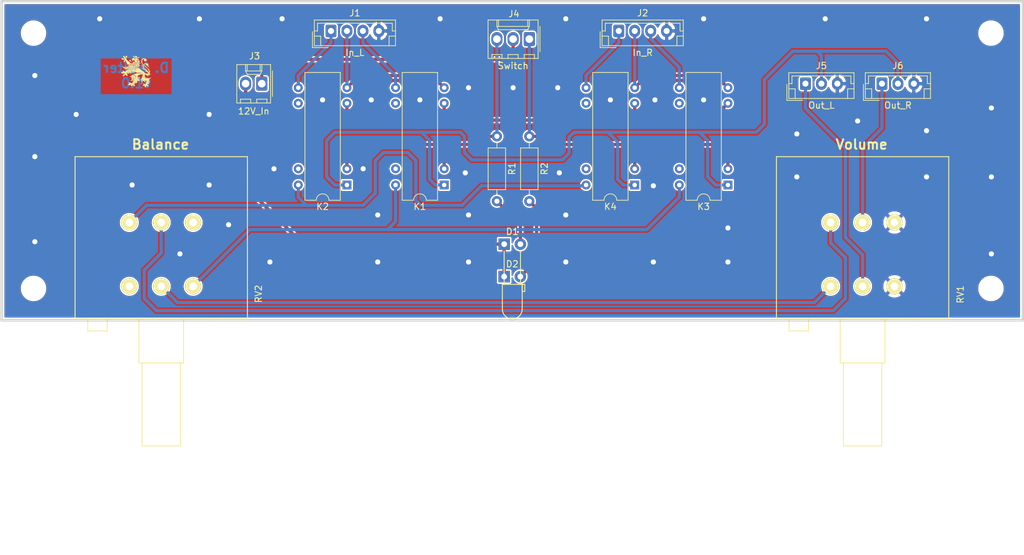
<source format=kicad_pcb>
(kicad_pcb (version 20171130) (host pcbnew "(5.1.9)-1")
  (layers (0 F.Cu signal) (31 B.Cu signal) (34 B.Paste user) (35 F.Paste user) (36 B.SilkS user) (37 F.SilkS user) (38 B.Mask user) (39 F.Mask user) (44 Edge.Cuts user))
  (net 0 "")
  (net 1 Earth_Clean)
  (net 2 "Net-(D1-Pad2)")
  (net 3 GND)
  (net 4 "Net-(D2-Pad2)")
  (net 5 /L_1)
  (net 6 /GND_1)
  (net 7 /R_1)
  (net 8 /L_2)
  (net 9 /GND_2)
  (net 10 /R_2)
  (net 11 +12V)
  (net 12 /CH_1)
  (net 13 /CH_2)
  (net 14 /L_Out)
  (net 15 /R_Out)
  (net 16 /L_Sw)
  (net 17 /R_Sw)
  (net 18 GNDS)
  (net 19 "Net-(RV1-Pad4)")
  (net 20 "Net-(RV1-Pad1)")
  (module Connector_JST:JST_EH_B3B-EH-A_1x03_P2.50mm_Vertical (layer F.Cu) (at 191.77 100.33)
    (fp_text reference J6 (at 2.5 -2.8) (layer F.SilkS))
    (fp_text value Out_R (at 2.5 3.4) (layer F.SilkS))
    (pad 3 thru_hole oval (at 5 0) (size 1.7 1.95) (drill 0.95) (layers *.Cu *.Mask) (net 1 Earth_Clean))
    (pad 2 thru_hole oval (at 2.5 0) (size 1.7 1.95) (drill 0.95) (layers *.Cu *.Mask) (net 18 GNDS))
    (pad 1 thru_hole roundrect (at 0 0) (size 1.7 1.95) (drill 0.95) (layers *.Cu *.Mask) (roundrect_rratio 0.147059) (net 15 /R_Out))
  )
  (module Connector_JST:JST_EH_B3B-EH-A_1x03_P2.50mm_Vertical (layer F.Cu) (at 179.785 100.33)
    (fp_text reference J5 (at 2.5 -2.8) (layer F.SilkS))
    (fp_text value Out_L (at 2.5 3.4) (layer F.SilkS))
    (pad 3 thru_hole oval (at 5 0) (size 1.7 1.95) (drill 0.95) (layers *.Cu *.Mask) (net 1 Earth_Clean))
    (pad 2 thru_hole oval (at 2.5 0) (size 1.7 1.95) (drill 0.95) (layers *.Cu *.Mask) (net 18 GNDS))
    (pad 1 thru_hole roundrect (at 0 0) (size 1.7 1.95) (drill 0.95) (layers *.Cu *.Mask) (roundrect_rratio 0.147059) (net 14 /L_Out))
  )
  (module Connector_JST:JST_EH_B4B-EH-A_1x04_P2.50mm_Vertical (layer F.Cu) (at 150.535 92.075)
    (fp_text reference J2 (at 3.75 -2.8) (layer F.SilkS))
    (fp_text value In_R (at 3.75 3.4) (layer F.SilkS))
    (pad 4 thru_hole oval (at 7.5 0) (size 1.7 1.95) (drill 0.95) (layers *.Cu *.Mask) (net 1 Earth_Clean))
    (pad 3 thru_hole oval (at 5 0) (size 1.7 1.95) (drill 0.95) (layers *.Cu *.Mask) (net 8 /L_2))
    (pad 2 thru_hole oval (at 2.5 0) (size 1.7 1.95) (drill 0.95) (layers *.Cu *.Mask) (net 9 /GND_2))
    (pad 1 thru_hole roundrect (at 0 0) (size 1.7 1.95) (drill 0.95) (layers *.Cu *.Mask) (roundrect_rratio 0.147059) (net 10 /R_2))
  )
  (module Connector_JST:JST_EH_B4B-EH-A_1x04_P2.50mm_Vertical (layer F.Cu) (at 105.45 92.075)
    (fp_text reference J1 (at 3.75 -2.8) (layer F.SilkS))
    (fp_text value In_L (at 3.75 3.4) (layer F.SilkS))
    (pad 4 thru_hole oval (at 7.5 0) (size 1.7 1.95) (drill 0.95) (layers *.Cu *.Mask) (net 1 Earth_Clean))
    (pad 3 thru_hole oval (at 5 0) (size 1.7 1.95) (drill 0.95) (layers *.Cu *.Mask) (net 5 /L_1))
    (pad 2 thru_hole oval (at 2.5 0) (size 1.7 1.95) (drill 0.95) (layers *.Cu *.Mask) (net 6 /GND_1))
    (pad 1 thru_hole roundrect (at 0 0) (size 1.7 1.95) (drill 0.95) (layers *.Cu *.Mask) (roundrect_rratio 0.147059) (net 7 /R_1))
  )
  (module LED_THT:LED_D3.0mm_Horizontal_O1.27mm_Z6.0mm (layer F.Cu) (at 132.58 130.556)
    (fp_text reference D2 (at 1.27 -1.96) (layer F.SilkS))
    (fp_text value "LED_2 Gn")
    (pad 2 thru_hole circle (at 2.54 0) (size 1.8 1.8) (drill 0.9) (layers *.Cu *.Mask) (net 4 "Net-(D2-Pad2)"))
    (pad 1 thru_hole rect (at 0 0) (size 1.8 1.8) (drill 0.9) (layers *.Cu *.Mask) (net 3 GND))
  )
  (module Resistor_THT:R_Axial_DIN0207_L6.3mm_D2.5mm_P10.16mm_Horizontal (layer F.Cu) (at 136.525 108.585 270)
    (fp_text reference R2 (at 5.08 -2.37 90) (layer F.SilkS))
    (fp_text value 560R)
    (pad 2 thru_hole oval (at 10.16 0 270) (size 1.6 1.6) (drill 0.8) (layers *.Cu *.Mask) (net 4 "Net-(D2-Pad2)"))
    (pad 1 thru_hole circle (at 0 0 270) (size 1.6 1.6) (drill 0.8) (layers *.Cu *.Mask) (net 13 /CH_2))
  )
  (module Resistor_THT:R_Axial_DIN0207_L6.3mm_D2.5mm_P10.16mm_Horizontal (layer F.Cu) (at 131.445 108.585 270)
    (fp_text reference R1 (at 5.08 -2.37 90) (layer F.SilkS))
    (fp_text value 560R)
    (pad 2 thru_hole oval (at 10.16 0 270) (size 1.6 1.6) (drill 0.8) (layers *.Cu *.Mask) (net 2 "Net-(D1-Pad2)"))
    (pad 1 thru_hole circle (at 0 0 270) (size 1.6 1.6) (drill 0.8) (layers *.Cu *.Mask) (net 12 /CH_1))
  )
  (module LED_THT:LED_D3.0mm_Horizontal_O6.35mm_Z6.0mm (layer F.Cu) (at 132.588 125.476)
    (fp_text reference D1 (at 1.27 -1.96) (layer F.SilkS))
    (fp_text value "LED_1 Gn")
    (pad 2 thru_hole circle (at 2.54 0) (size 1.8 1.8) (drill 0.9) (layers *.Cu *.Mask) (net 2 "Net-(D1-Pad2)"))
    (pad 1 thru_hole rect (at 0 0) (size 1.8 1.8) (drill 0.9) (layers *.Cu *.Mask) (net 3 GND))
  )
  (module Loewe:Loewe_Klein (layer F.Cu) (at 74.93 98.425)
    (fp_text reference G*** hide)
    (fp_text value LOGO hide)
  )
  (module Connector_Molex:Molex_KK-254_AE-6410-03A_1x03_P2.54mm_Vertical (layer F.Cu) (at 136.525 93.345 180)
    (fp_text reference J4 (at 2.413 3.937) (layer F.SilkS))
    (fp_text value Switch (at 2.54 -4.191) (layer F.SilkS))
    (pad 3 thru_hole oval (at 5.08 0 180) (size 1.74 2.2) (drill 1.2) (layers *.Cu *.Mask) (net 12 /CH_1))
    (pad 2 thru_hole oval (at 2.54 0 180) (size 1.74 2.2) (drill 1.2) (layers *.Cu *.Mask) (net 11 +12V))
    (pad 1 thru_hole roundrect (at 0 0 180) (size 1.74 2.2) (drill 1.2) (layers *.Cu *.Mask) (roundrect_rratio 0.143678) (net 13 /CH_2))
  )
  (module Connector_Molex:Molex_KK-254_AE-6410-02A_1x02_P2.54mm_Vertical (layer F.Cu) (at 94.615 100.33 180)
    (fp_text reference J3 (at 1.143 4.318) (layer F.SilkS))
    (fp_text value 12V_In (at 1.27 -4.318) (layer F.SilkS))
    (pad 2 thru_hole oval (at 2.54 0 180) (size 1.74 2.2) (drill 1.2) (layers *.Cu *.Mask) (net 3 GND))
    (pad 1 thru_hole roundrect (at 0 0 180) (size 1.74 2.2) (drill 1.2) (layers *.Cu *.Mask) (roundrect_rratio 0.143678) (net 11 +12V))
  )
  (module EuroBoard_Outline:EuroBoard_halb_Type-II_160mmX50mm_holes (layer F.Cu) (at 53.848 137.414)
    (fp_text reference REF** hide)
    (fp_text value EuroBoard_halb_Type-II_160mmX50mm_holes)
    (fp_line (start 0 0) (end 159.99968 0) (layer Edge.Cuts) (width 0.381))
    (fp_line (start 159.99968 0) (end 159.99968 -49.9999) (layer Edge.Cuts) (width 0.381))
    (fp_line (start 159.99968 -49.9999) (end 0 -49.9999) (layer Edge.Cuts) (width 0.381))
    (fp_line (start 0 -49.9999) (end 0 0) (layer Edge.Cuts) (width 0.381))
    (pad "" np_thru_hole circle (at 155.00096 -5.00126) (size 3.50012 3.50012) (drill 3.50012) (layers *.Cu *.Mask))
    (pad "" np_thru_hole circle (at 155.00096 -45.00118) (size 3.50012 3.50012) (drill 3.50012) (layers *.Cu *.Mask))
    (pad "" np_thru_hole circle (at 5.00126 -45.00118) (size 3.50012 3.50012) (drill 3.50012) (layers *.Cu *.Mask))
    (pad "" np_thru_hole circle (at 5.00126 -5.00126) (size 3.50012 3.50012) (drill 3.50012) (layers *.Cu *.Mask))
  )
  (module Relay_THT:Relay_StandexMeder_DIP_LowProfile (layer F.Cu) (at 153.035 116.205 180)
    (fp_text reference K4 (at 3.81 -3.39) (layer F.SilkS))
    (fp_text value DIPxx-2Axx-21x)
    (pad 14 thru_hole circle (at 7.62 0 180) (size 1.4 1.4) (drill 0.7) (layers *.Cu *.Mask) (net 17 /R_Sw))
    (pad 7 thru_hole circle (at 0 15.24 180) (size 1.4 1.4) (drill 0.7) (layers *.Cu *.Mask) (net 9 /GND_2))
    (pad 8 thru_hole circle (at 7.62 15.24 180) (size 1.4 1.4) (drill 0.7) (layers *.Cu *.Mask) (net 10 /R_2))
    (pad 1 thru_hole rect (at 0 0 180) (size 1.4 1.4) (drill 0.7) (layers *.Cu *.Mask) (net 18 GNDS))
    (pad 2 thru_hole circle (at 0 2.54 180) (size 1.4 1.4) (drill 0.7) (layers *.Cu *.Mask) (net 13 /CH_2))
    (pad 6 thru_hole circle (at 0 12.8 180) (size 1.4 1.4) (drill 0.7) (layers *.Cu *.Mask) (net 3 GND))
    (pad 9 thru_hole circle (at 7.62 12.8 180) (size 1.4 1.4) (drill 0.7) (layers *.Cu *.Mask))
    (pad 13 thru_hole circle (at 7.62 2.54 180) (size 1.4 1.4) (drill 0.7) (layers *.Cu *.Mask))
  )
  (module Relay_THT:Relay_StandexMeder_DIP_LowProfile (layer F.Cu) (at 167.64 116.205 180)
    (fp_text reference K3 (at 3.81 -3.39) (layer F.SilkS))
    (fp_text value DIPxx-2Axx-21x)
    (pad 14 thru_hole circle (at 7.62 0 180) (size 1.4 1.4) (drill 0.7) (layers *.Cu *.Mask) (net 16 /L_Sw))
    (pad 7 thru_hole circle (at 0 15.24 180) (size 1.4 1.4) (drill 0.7) (layers *.Cu *.Mask) (net 9 /GND_2))
    (pad 8 thru_hole circle (at 7.62 15.24 180) (size 1.4 1.4) (drill 0.7) (layers *.Cu *.Mask) (net 8 /L_2))
    (pad 1 thru_hole rect (at 0 0 180) (size 1.4 1.4) (drill 0.7) (layers *.Cu *.Mask) (net 18 GNDS))
    (pad 2 thru_hole circle (at 0 2.54 180) (size 1.4 1.4) (drill 0.7) (layers *.Cu *.Mask) (net 13 /CH_2))
    (pad 6 thru_hole circle (at 0 12.8 180) (size 1.4 1.4) (drill 0.7) (layers *.Cu *.Mask) (net 3 GND))
    (pad 9 thru_hole circle (at 7.62 12.8 180) (size 1.4 1.4) (drill 0.7) (layers *.Cu *.Mask))
    (pad 13 thru_hole circle (at 7.62 2.54 180) (size 1.4 1.4) (drill 0.7) (layers *.Cu *.Mask))
  )
  (module Relay_THT:Relay_StandexMeder_DIP_LowProfile (layer F.Cu) (at 107.95 116.205 180)
    (fp_text reference K2 (at 3.81 -3.39) (layer F.SilkS))
    (fp_text value DIPxx-2Axx-21x)
    (pad 14 thru_hole circle (at 7.62 0 180) (size 1.4 1.4) (drill 0.7) (layers *.Cu *.Mask) (net 17 /R_Sw))
    (pad 7 thru_hole circle (at 0 15.24 180) (size 1.4 1.4) (drill 0.7) (layers *.Cu *.Mask) (net 6 /GND_1))
    (pad 8 thru_hole circle (at 7.62 15.24 180) (size 1.4 1.4) (drill 0.7) (layers *.Cu *.Mask) (net 7 /R_1))
    (pad 1 thru_hole rect (at 0 0 180) (size 1.4 1.4) (drill 0.7) (layers *.Cu *.Mask) (net 18 GNDS))
    (pad 2 thru_hole circle (at 0 2.54 180) (size 1.4 1.4) (drill 0.7) (layers *.Cu *.Mask) (net 12 /CH_1))
    (pad 6 thru_hole circle (at 0 12.8 180) (size 1.4 1.4) (drill 0.7) (layers *.Cu *.Mask) (net 3 GND))
    (pad 9 thru_hole circle (at 7.62 12.8 180) (size 1.4 1.4) (drill 0.7) (layers *.Cu *.Mask))
    (pad 13 thru_hole circle (at 7.62 2.54 180) (size 1.4 1.4) (drill 0.7) (layers *.Cu *.Mask))
  )
  (module Relay_THT:Relay_StandexMeder_DIP_LowProfile (layer F.Cu) (at 123.19 116.205 180)
    (fp_text reference K1 (at 3.81 -3.39) (layer F.SilkS))
    (fp_text value DIPxx-2Axx-21x)
    (pad 14 thru_hole circle (at 7.62 0 180) (size 1.4 1.4) (drill 0.7) (layers *.Cu *.Mask) (net 16 /L_Sw))
    (pad 7 thru_hole circle (at 0 15.24 180) (size 1.4 1.4) (drill 0.7) (layers *.Cu *.Mask) (net 6 /GND_1))
    (pad 8 thru_hole circle (at 7.62 15.24 180) (size 1.4 1.4) (drill 0.7) (layers *.Cu *.Mask) (net 5 /L_1))
    (pad 1 thru_hole rect (at 0 0 180) (size 1.4 1.4) (drill 0.7) (layers *.Cu *.Mask) (net 18 GNDS))
    (pad 2 thru_hole circle (at 0 2.54 180) (size 1.4 1.4) (drill 0.7) (layers *.Cu *.Mask) (net 12 /CH_1))
    (pad 6 thru_hole circle (at 0 12.8 180) (size 1.4 1.4) (drill 0.7) (layers *.Cu *.Mask) (net 3 GND))
    (pad 9 thru_hole circle (at 7.62 12.8 180) (size 1.4 1.4) (drill 0.7) (layers *.Cu *.Mask))
    (pad 13 thru_hole circle (at 7.62 2.54 180) (size 1.4 1.4) (drill 0.7) (layers *.Cu *.Mask))
  )
  (module Potentiometer_Alps_RKxxx:Potentiometer_Alps-RK271-double (layer F.Cu) (at 83.86 133.27 270)
    (fp_text reference RV2 (at 0 -10.24 270) (layer F.SilkS))
    (fp_text value "Alps 50k lin")
    (pad 4 thru_hole circle (at -11.19 10 270) (size 2.49936 2.49936) (drill 1.19888) (layers *.Cu *.Mask F.SilkS) (net 17 /R_Sw))
    (pad 5 thru_hole circle (at -11.19 5 270) (size 2.49936 2.49936) (drill 1.19888) (layers *.Cu *.Mask F.SilkS) (net 19 "Net-(RV1-Pad4)"))
    (pad 6 thru_hole circle (at -11.19 0 270) (size 2.49936 2.49936) (drill 1.19888) (layers *.Cu *.Mask F.SilkS))
    (pad 2 thru_hole circle (at -1.19 5 270) (size 2.49936 2.49936) (drill 1.19888) (layers *.Cu *.Mask F.SilkS) (net 20 "Net-(RV1-Pad1)"))
    (pad 1 thru_hole circle (at -1.19 10 270) (size 2.49936 2.49936) (drill 1.19888) (layers *.Cu *.Mask F.SilkS))
    (pad 3 thru_hole circle (at -1.19 0 270) (size 2.49936 2.49936) (drill 1.19888) (layers *.Cu *.Mask F.SilkS) (net 16 /L_Sw))
  )
  (module Potentiometer_Alps_RKxxx:Potentiometer_Alps-RK271-double (layer F.Cu) (at 193.735 133.27 270)
    (fp_text reference RV1 (at 0.08 -10.32 270) (layer F.SilkS))
    (fp_text value "Alps 20k log")
    (pad 4 thru_hole circle (at -11.19 10 270) (size 2.49936 2.49936) (drill 1.19888) (layers *.Cu *.Mask F.SilkS) (net 19 "Net-(RV1-Pad4)"))
    (pad 5 thru_hole circle (at -11.19 5 270) (size 2.49936 2.49936) (drill 1.19888) (layers *.Cu *.Mask F.SilkS) (net 15 /R_Out))
    (pad 6 thru_hole circle (at -11.19 0 270) (size 2.49936 2.49936) (drill 1.19888) (layers *.Cu *.Mask F.SilkS) (net 1 Earth_Clean))
    (pad 2 thru_hole circle (at -1.19 5 270) (size 2.49936 2.49936) (drill 1.19888) (layers *.Cu *.Mask F.SilkS) (net 14 /L_Out))
    (pad 1 thru_hole circle (at -1.19 10 270) (size 2.49936 2.49936) (drill 1.19888) (layers *.Cu *.Mask F.SilkS) (net 20 "Net-(RV1-Pad1)"))
    (pad 3 thru_hole circle (at -1.19 0 270) (size 2.49936 2.49936) (drill 1.19888) (layers *.Cu *.Mask F.SilkS) (net 1 Earth_Clean))
  )
  (gr_text "D. Walter\nv1.0" (at 74.93 99.06) (layer B.Cu) (effects (font (size 1.5 1.5) (thickness 0.3)) (justify mirror)))
  (gr_text Balance (at 78.74 109.855) (layer F.SilkS) (effects (font (size 1.5 1.5) (thickness 0.3))))
  (gr_text Volume (at 188.595 109.855) (layer F.SilkS) (effects (font (size 1.5 1.5) (thickness 0.3))))
  (via (at 111.76 102.87) (size 1.5) (drill 0.8) (layers F.Cu B.Cu) (net 1))
  (via (at 119.38 102.87) (size 1.5) (drill 0.8) (layers F.Cu B.Cu) (net 1))
  (via (at 167.64 122.936) (size 1.5) (drill 0.8) (layers F.Cu B.Cu) (net 1))
  (via (at 74.295 116.205) (size 1.5) (drill 0.8) (layers F.Cu B.Cu) (net 1))
  (via (at 86.36 116.205) (size 1.5) (drill 0.8) (layers F.Cu B.Cu) (net 1))
  (via (at 59.055 125.095) (size 1.5) (drill 0.8) (layers F.Cu B.Cu) (net 1))
  (via (at 59.055 111.76) (size 1.5) (drill 0.8) (layers F.Cu B.Cu) (net 1))
  (via (at 59.055 99.06) (size 1.5) (drill 0.8) (layers F.Cu B.Cu) (net 1))
  (via (at 69.215 90.17) (size 1.5) (drill 0.8) (layers F.Cu B.Cu) (net 1))
  (via (at 84.836 90.17) (size 1.5) (drill 0.8) (layers F.Cu B.Cu) (net 1))
  (via (at 97.79 90.17) (size 1.5) (drill 0.8) (layers F.Cu B.Cu) (net 1))
  (via (at 122.555 90.17) (size 1.5) (drill 0.8) (layers F.Cu B.Cu) (net 1))
  (via (at 142.24 90.17) (size 1.5) (drill 0.8) (layers F.Cu B.Cu) (net 1))
  (via (at 163.83 90.17) (size 1.5) (drill 0.8) (layers F.Cu B.Cu) (net 1))
  (via (at 182.88 90.17) (size 1.5) (drill 0.8) (layers F.Cu B.Cu) (net 1))
  (via (at 198.755 90.17) (size 1.5) (drill 0.8) (layers F.Cu B.Cu) (net 1))
  (via (at 95.885 128.27) (size 1.5) (drill 0.8) (layers F.Cu B.Cu) (net 1))
  (via (at 112.776 128.27) (size 1.5) (drill 0.8) (layers F.Cu B.Cu) (net 1))
  (via (at 127 128.27) (size 1.5) (drill 0.8) (layers F.Cu B.Cu) (net 1))
  (via (at 142.24 128.27) (size 1.5) (drill 0.8) (layers F.Cu B.Cu) (net 1))
  (via (at 155.956 128.27) (size 1.5) (drill 0.8) (layers F.Cu B.Cu) (net 1))
  (via (at 167.64 128.27) (size 1.5) (drill 0.8) (layers F.Cu B.Cu) (net 1))
  (via (at 112.776 120.904) (size 1.5) (drill 0.8) (layers F.Cu B.Cu) (net 1))
  (via (at 96.52 113.665) (size 1.5) (drill 0.8) (layers F.Cu B.Cu) (net 1))
  (via (at 133.985 100.965) (size 1.5) (drill 0.8) (layers F.Cu B.Cu) (net 1))
  (via (at 140.97 100.965) (size 1.5) (drill 0.8) (layers F.Cu B.Cu) (net 1))
  (via (at 127 100.965) (size 1.5) (drill 0.8) (layers F.Cu B.Cu) (net 1))
  (via (at 104.14 102.87) (size 1.5) (drill 0.8) (layers F.Cu B.Cu) (net 1))
  (via (at 149.225 102.87) (size 1.5) (drill 0.8) (layers F.Cu B.Cu) (net 1))
  (via (at 208.915 127) (size 1.5) (drill 0.8) (layers F.Cu B.Cu) (net 1))
  (via (at 208.915 114.935) (size 1.5) (drill 0.8) (layers F.Cu B.Cu) (net 1))
  (via (at 208.915 104.14) (size 1.5) (drill 0.8) (layers F.Cu B.Cu) (net 1))
  (via (at 178.435 114.935) (size 1.5) (drill 0.8) (layers F.Cu B.Cu) (net 1))
  (via (at 198.755 114.935) (size 1.5) (drill 0.8) (layers F.Cu B.Cu) (net 1))
  (via (at 178.435 108.204) (size 1.5) (drill 0.8) (layers F.Cu B.Cu) (net 1))
  (via (at 198.755 107.696) (size 1.5) (drill 0.8) (layers F.Cu B.Cu) (net 1))
  (via (at 86.36 105.156) (size 1.5) (drill 0.8) (layers F.Cu B.Cu) (net 1))
  (via (at 65.532 105.156) (size 1.5) (drill 0.8) (layers F.Cu B.Cu) (net 1))
  (via (at 163.83 102.87) (size 1.5) (drill 0.8) (layers F.Cu B.Cu) (net 1))
  (via (at 156.21 102.87) (size 1.5) (drill 0.8) (layers F.Cu B.Cu) (net 1))
  (via (at 155.956 116.332) (size 1.5) (drill 0.8) (layers F.Cu B.Cu) (net 1))
  (via (at 110.49 113.665) (size 1.5) (drill 0.8) (layers F.Cu B.Cu) (net 1))
  (via (at 187.96 106.172) (size 1.5) (drill 0.8) (layers F.Cu B.Cu) (net 1))
  (via (at 81.788 127) (size 1.5) (drill 0.8) (layers F.Cu B.Cu) (net 1))
  (via (at 89.408 122.428) (size 1.5) (drill 0.8) (layers F.Cu B.Cu) (net 1))
  (via (at 127 120.904) (size 1.5) (drill 0.8) (layers F.Cu B.Cu) (net 1))
  (via (at 142.24 120.904) (size 1.5) (drill 0.8) (layers F.Cu B.Cu) (net 1))
  (via (at 141.224 114.3) (size 1.5) (drill 0.8) (layers F.Cu B.Cu) (net 1))
  (via (at 126.492 114.3) (size 1.5) (drill 0.8) (layers F.Cu B.Cu) (net 1))
  (segment (start 135.128 122.428) (end 131.445 118.745) (width 0.5) (layer F.Cu) (net 2))
  (segment (start 135.128 125.476) (end 135.128 122.428) (width 0.5) (layer F.Cu) (net 2))
  (segment (start 123.19 103.405) (end 123.19 105.41) (width 0.5) (layer F.Cu) (net 3))
  (segment (start 123.19 105.41) (end 123.825 106.045) (width 0.5) (layer F.Cu) (net 3))
  (segment (start 153.035 105.41) (end 153.035 103.405) (width 0.5) (layer F.Cu) (net 3))
  (segment (start 152.4 106.045) (end 153.035 105.41) (width 0.5) (layer F.Cu) (net 3))
  (segment (start 107.95 104.775) (end 109.22 106.045) (width 0.5) (layer F.Cu) (net 3))
  (segment (start 107.95 103.405) (end 107.95 104.775) (width 0.5) (layer F.Cu) (net 3))
  (segment (start 109.22 106.045) (end 123.825 106.045) (width 0.5) (layer F.Cu) (net 3))
  (segment (start 165 106.045) (end 167.64 103.405) (width 0.5) (layer F.Cu) (net 3))
  (segment (start 152.4 106.045) (end 165 106.045) (width 0.5) (layer F.Cu) (net 3))
  (segment (start 132.58 125.484) (end 132.588 125.476) (width 0.5) (layer F.Cu) (net 3))
  (segment (start 132.58 130.556) (end 132.58 125.484) (width 0.5) (layer F.Cu) (net 3))
  (segment (start 93.345 106.045) (end 109.22 106.045) (width 0.5) (layer F.Cu) (net 3))
  (segment (start 92.075 104.775) (end 93.345 106.045) (width 0.5) (layer F.Cu) (net 3))
  (segment (start 92.075 100.33) (end 92.075 104.775) (width 0.5) (layer F.Cu) (net 3))
  (segment (start 123.825 106.045) (end 152.4 106.045) (width 0.5) (layer F.Cu) (net 3))
  (segment (start 101.092 125.476) (end 132.588 125.476) (width 0.5) (layer F.Cu) (net 3))
  (segment (start 92.075 116.459) (end 101.092 125.476) (width 0.5) (layer F.Cu) (net 3))
  (segment (start 92.075 100.33) (end 92.075 116.459) (width 0.5) (layer F.Cu) (net 3))
  (segment (start 137.668 128.008) (end 135.12 130.556) (width 0.5) (layer F.Cu) (net 4))
  (segment (start 137.668 119.888) (end 137.668 128.008) (width 0.5) (layer F.Cu) (net 4))
  (segment (start 136.525 118.745) (end 137.668 119.888) (width 0.5) (layer F.Cu) (net 4))
  (segment (start 115.57 99.06) (end 110.45 93.94) (width 0.5) (layer B.Cu) (net 5))
  (segment (start 110.45 93.94) (end 110.45 92.075) (width 0.5) (layer B.Cu) (net 5))
  (segment (start 115.57 100.965) (end 115.57 99.06) (width 0.5) (layer B.Cu) (net 5))
  (segment (start 107.95 100.965) (end 107.95 92.075) (width 0.5) (layer B.Cu) (net 6))
  (segment (start 121.285 99.06) (end 123.19 100.965) (width 0.5) (layer F.Cu) (net 6))
  (segment (start 109.855 99.06) (end 121.285 99.06) (width 0.5) (layer F.Cu) (net 6))
  (segment (start 107.95 100.965) (end 109.855 99.06) (width 0.5) (layer F.Cu) (net 6))
  (segment (start 105.45 93.94) (end 105.45 92.075) (width 0.5) (layer B.Cu) (net 7))
  (segment (start 100.33 99.06) (end 105.45 93.94) (width 0.5) (layer B.Cu) (net 7))
  (segment (start 100.33 100.965) (end 100.33 99.06) (width 0.5) (layer B.Cu) (net 7))
  (segment (start 160.02 97.79) (end 155.535 93.305) (width 0.5) (layer B.Cu) (net 8))
  (segment (start 155.535 93.305) (end 155.535 92.075) (width 0.5) (layer B.Cu) (net 8))
  (segment (start 160.02 100.965) (end 160.02 97.79) (width 0.5) (layer B.Cu) (net 8))
  (segment (start 153.035 92.075) (end 153.035 100.965) (width 0.5) (layer B.Cu) (net 9))
  (segment (start 165.735 99.06) (end 167.64 100.965) (width 0.5) (layer F.Cu) (net 9))
  (segment (start 154.94 99.06) (end 165.735 99.06) (width 0.5) (layer F.Cu) (net 9))
  (segment (start 153.035 100.965) (end 154.94 99.06) (width 0.5) (layer F.Cu) (net 9))
  (segment (start 150.535 93.94) (end 150.535 92.075) (width 0.5) (layer B.Cu) (net 10))
  (segment (start 145.415 99.06) (end 150.535 93.94) (width 0.5) (layer B.Cu) (net 10))
  (segment (start 145.415 100.965) (end 145.415 99.06) (width 0.5) (layer B.Cu) (net 10))
  (segment (start 133.096 96.52) (end 133.985 95.631) (width 0.5) (layer F.Cu) (net 11))
  (segment (start 133.985 95.631) (end 133.985 93.345) (width 0.5) (layer F.Cu) (net 11))
  (segment (start 96.3295 96.52) (end 133.096 96.52) (width 0.5) (layer F.Cu) (net 11))
  (segment (start 94.615 98.2345) (end 96.3295 96.52) (width 0.5) (layer F.Cu) (net 11))
  (segment (start 94.615 100.33) (end 94.615 98.2345) (width 0.5) (layer F.Cu) (net 11))
  (segment (start 131.445 107.315) (end 131.445 108.585) (width 0.5) (layer B.Cu) (net 12))
  (segment (start 131.445 93.345) (end 131.445 107.315) (width 0.5) (layer B.Cu) (net 12))
  (segment (start 123.19 113.665) (end 123.19 111.125) (width 0.5) (layer F.Cu) (net 12))
  (segment (start 130.175 108.585) (end 131.445 108.585) (width 0.5) (layer F.Cu) (net 12))
  (segment (start 124.46 109.855) (end 128.905 109.855) (width 0.5) (layer F.Cu) (net 12))
  (segment (start 128.905 109.855) (end 130.175 108.585) (width 0.5) (layer F.Cu) (net 12))
  (segment (start 123.19 111.125) (end 124.46 109.855) (width 0.5) (layer F.Cu) (net 12))
  (segment (start 107.95 113.665) (end 107.95 112.395) (width 0.5) (layer F.Cu) (net 12))
  (segment (start 110.49 109.855) (end 124.46 109.855) (width 0.5) (layer F.Cu) (net 12))
  (segment (start 107.95 112.395) (end 110.49 109.855) (width 0.5) (layer F.Cu) (net 12))
  (segment (start 136.525 107.315) (end 136.525 108.585) (width 0.5) (layer B.Cu) (net 13))
  (segment (start 136.525 93.345) (end 136.525 107.315) (width 0.5) (layer B.Cu) (net 13))
  (segment (start 153.035 113.665) (end 153.035 111.125) (width 0.5) (layer F.Cu) (net 13))
  (segment (start 153.035 111.125) (end 154.305 109.855) (width 0.5) (layer F.Cu) (net 13))
  (segment (start 154.305 109.855) (end 165.735 109.855) (width 0.5) (layer F.Cu) (net 13))
  (segment (start 165.735 109.855) (end 167.64 111.76) (width 0.5) (layer F.Cu) (net 13))
  (segment (start 167.64 111.76) (end 167.64 113.665) (width 0.5) (layer F.Cu) (net 13))
  (segment (start 154.305 109.855) (end 139.065 109.855) (width 0.5) (layer F.Cu) (net 13))
  (segment (start 139.065 109.855) (end 137.795 108.585) (width 0.5) (layer F.Cu) (net 13))
  (segment (start 137.795 108.585) (end 136.525 108.585) (width 0.5) (layer F.Cu) (net 13))
  (segment (start 179.785 104.22) (end 179.785 100.33) (width 0.5) (layer B.Cu) (net 14))
  (segment (start 186.055 110.49) (end 179.785 104.22) (width 0.5) (layer B.Cu) (net 14))
  (segment (start 186.055 124.442236) (end 186.055 110.49) (width 0.5) (layer B.Cu) (net 14))
  (segment (start 188.735 127.122236) (end 186.055 124.442236) (width 0.5) (layer B.Cu) (net 14))
  (segment (start 188.735 132.08) (end 188.735 127.122236) (width 0.5) (layer B.Cu) (net 14))
  (segment (start 188.735 122.08) (end 188.735 110.35) (width 0.5) (layer B.Cu) (net 15))
  (segment (start 191.77 107.315) (end 191.77 100.33) (width 0.5) (layer B.Cu) (net 15))
  (segment (start 188.735 110.35) (end 191.77 107.315) (width 0.5) (layer B.Cu) (net 15))
  (segment (start 92.75 123.19) (end 83.86 132.08) (width 0.5) (layer B.Cu) (net 16))
  (segment (start 115.57 121.92) (end 114.3 123.19) (width 0.5) (layer B.Cu) (net 16))
  (segment (start 115.57 116.205) (end 115.57 121.92) (width 0.5) (layer B.Cu) (net 16))
  (segment (start 160.02 118.11) (end 160.02 116.205) (width 0.5) (layer B.Cu) (net 16))
  (segment (start 154.94 123.19) (end 160.02 118.11) (width 0.5) (layer B.Cu) (net 16))
  (segment (start 92.75 123.19) (end 114.554 123.19) (width 0.5) (layer B.Cu) (net 16))
  (segment (start 114.554 123.19) (end 154.94 123.19) (width 0.5) (layer B.Cu) (net 16))
  (segment (start 114.3 123.19) (end 114.554 123.19) (width 0.5) (layer B.Cu) (net 16))
  (segment (start 76.56 119.38) (end 73.86 122.08) (width 0.5) (layer B.Cu) (net 17))
  (segment (start 104.14 119.38) (end 76.56 119.38) (width 0.5) (layer B.Cu) (net 17))
  (segment (start 100.33 116.205) (end 100.33 118.11) (width 0.5) (layer B.Cu) (net 17))
  (segment (start 101.6 119.38) (end 110.49 119.38) (width 0.5) (layer B.Cu) (net 17))
  (segment (start 110.49 119.38) (end 112.395 117.475) (width 0.5) (layer B.Cu) (net 17))
  (segment (start 112.395 117.475) (end 112.395 112.395) (width 0.5) (layer B.Cu) (net 17))
  (segment (start 100.33 118.11) (end 101.6 119.38) (width 0.5) (layer B.Cu) (net 17))
  (segment (start 112.395 112.395) (end 113.665 111.125) (width 0.5) (layer B.Cu) (net 17))
  (segment (start 113.665 111.125) (end 117.475 111.125) (width 0.5) (layer B.Cu) (net 17))
  (segment (start 145.288 116.332) (end 145.415 116.205) (width 0.5) (layer B.Cu) (net 17))
  (segment (start 129.032 116.332) (end 145.288 116.332) (width 0.5) (layer B.Cu) (net 17))
  (segment (start 117.475 111.125) (end 118.745 112.395) (width 0.5) (layer B.Cu) (net 17))
  (segment (start 119.507 119.38) (end 125.984 119.38) (width 0.5) (layer B.Cu) (net 17))
  (segment (start 118.745 112.395) (end 118.745 118.618) (width 0.5) (layer B.Cu) (net 17))
  (segment (start 125.984 119.38) (end 129.032 116.332) (width 0.5) (layer B.Cu) (net 17))
  (segment (start 118.745 118.618) (end 119.507 119.38) (width 0.5) (layer B.Cu) (net 17))
  (segment (start 165.735 116.205) (end 167.64 116.205) (width 0.5) (layer B.Cu) (net 18))
  (segment (start 164.465 114.935) (end 165.735 116.205) (width 0.5) (layer B.Cu) (net 18))
  (segment (start 164.465 109.22) (end 164.465 114.935) (width 0.5) (layer B.Cu) (net 18))
  (segment (start 163.195 107.95) (end 164.465 109.22) (width 0.5) (layer B.Cu) (net 18))
  (segment (start 162.56 107.95) (end 169.545 107.95) (width 0.5) (layer B.Cu) (net 18))
  (segment (start 151.13 107.95) (end 162.56 107.95) (width 0.5) (layer B.Cu) (net 18))
  (segment (start 162.56 107.95) (end 163.195 107.95) (width 0.5) (layer B.Cu) (net 18))
  (segment (start 172.085 107.95) (end 173.355 106.68) (width 0.5) (layer B.Cu) (net 18))
  (segment (start 173.355 106.68) (end 173.355 99.695) (width 0.5) (layer B.Cu) (net 18))
  (segment (start 173.355 99.695) (end 177.8 95.25) (width 0.5) (layer B.Cu) (net 18))
  (segment (start 177.8 95.25) (end 181.61 95.25) (width 0.5) (layer B.Cu) (net 18))
  (segment (start 182.285 95.925) (end 182.285 100.33) (width 0.5) (layer B.Cu) (net 18))
  (segment (start 181.61 95.25) (end 182.285 95.925) (width 0.5) (layer B.Cu) (net 18))
  (segment (start 181.61 95.25) (end 192.405 95.25) (width 0.5) (layer B.Cu) (net 18))
  (segment (start 194.27 97.115) (end 194.27 100.33) (width 0.5) (layer B.Cu) (net 18))
  (segment (start 192.405 95.25) (end 194.27 97.115) (width 0.5) (layer B.Cu) (net 18))
  (segment (start 125.73 107.95) (end 126.365 108.585) (width 0.5) (layer B.Cu) (net 18))
  (segment (start 104.775 109.22) (end 106.045 107.95) (width 0.5) (layer B.Cu) (net 18))
  (segment (start 104.775 114.935) (end 104.775 109.22) (width 0.5) (layer B.Cu) (net 18))
  (segment (start 106.045 116.205) (end 104.775 114.935) (width 0.5) (layer B.Cu) (net 18))
  (segment (start 107.95 116.205) (end 106.045 116.205) (width 0.5) (layer B.Cu) (net 18))
  (segment (start 172.085 107.95) (end 169.545 107.95) (width 0.5) (layer B.Cu) (net 18))
  (segment (start 148.59 107.95) (end 151.13 107.95) (width 0.5) (layer B.Cu) (net 18))
  (segment (start 143.51 107.95) (end 148.59 107.95) (width 0.5) (layer B.Cu) (net 18))
  (segment (start 148.844 107.95) (end 148.59 107.95) (width 0.5) (layer B.Cu) (net 18))
  (segment (start 150.368 109.474) (end 148.844 107.95) (width 0.5) (layer B.Cu) (net 18))
  (segment (start 150.368 115.316) (end 150.368 109.474) (width 0.5) (layer B.Cu) (net 18))
  (segment (start 151.257 116.205) (end 150.368 115.316) (width 0.5) (layer B.Cu) (net 18))
  (segment (start 153.035 116.205) (end 151.257 116.205) (width 0.5) (layer B.Cu) (net 18))
  (segment (start 126.365 108.585) (end 126.365 111.125) (width 0.5) (layer B.Cu) (net 18))
  (segment (start 126.365 111.125) (end 127.508 112.268) (width 0.5) (layer B.Cu) (net 18))
  (segment (start 127.508 112.268) (end 141.732 112.268) (width 0.5) (layer B.Cu) (net 18))
  (segment (start 141.732 112.268) (end 142.748 111.252) (width 0.5) (layer B.Cu) (net 18))
  (segment (start 142.748 108.712) (end 143.51 107.95) (width 0.5) (layer B.Cu) (net 18))
  (segment (start 142.748 111.252) (end 142.748 108.712) (width 0.5) (layer B.Cu) (net 18))
  (segment (start 119.126 107.95) (end 125.73 107.95) (width 0.5) (layer B.Cu) (net 18))
  (segment (start 106.045 107.95) (end 119.126 107.95) (width 0.5) (layer B.Cu) (net 18))
  (segment (start 119.634 107.95) (end 119.126 107.95) (width 0.5) (layer B.Cu) (net 18))
  (segment (start 120.904 109.22) (end 119.634 107.95) (width 0.5) (layer B.Cu) (net 18))
  (segment (start 120.904 115.316) (end 120.904 109.22) (width 0.5) (layer B.Cu) (net 18))
  (segment (start 121.793 116.205) (end 120.904 115.316) (width 0.5) (layer B.Cu) (net 18))
  (segment (start 123.19 116.205) (end 121.793 116.205) (width 0.5) (layer B.Cu) (net 18))
  (segment (start 186.055 127.605) (end 183.735 125.285) (width 0.5) (layer B.Cu) (net 19))
  (segment (start 186.055 133.985) (end 186.055 127.605) (width 0.5) (layer B.Cu) (net 19))
  (segment (start 184.15 135.89) (end 186.055 133.985) (width 0.5) (layer B.Cu) (net 19))
  (segment (start 78.105 135.89) (end 184.15 135.89) (width 0.5) (layer B.Cu) (net 19))
  (segment (start 76.2 133.985) (end 78.105 135.89) (width 0.5) (layer B.Cu) (net 19))
  (segment (start 76.2 129.54) (end 76.2 133.985) (width 0.5) (layer B.Cu) (net 19))
  (segment (start 78.86 126.88) (end 76.2 129.54) (width 0.5) (layer B.Cu) (net 19))
  (segment (start 183.735 125.285) (end 183.735 122.08) (width 0.5) (layer B.Cu) (net 19))
  (segment (start 78.86 122.08) (end 78.86 126.88) (width 0.5) (layer B.Cu) (net 19))
  (segment (start 78.74 132.08) (end 78.86 132.08) (width 0.5) (layer B.Cu) (net 20))
  (segment (start 181.195 134.62) (end 183.735 132.08) (width 0.5) (layer B.Cu) (net 20))
  (segment (start 81.4 134.62) (end 181.195 134.62) (width 0.5) (layer B.Cu) (net 20))
  (segment (start 78.86 132.08) (end 81.4 134.62) (width 0.5) (layer B.Cu) (net 20))
  (zone (net 1) (net_name Earth_Clean) (layer B.Cu) (connect_pads (clearance 0.254)) (min_thickness 0.254) (fill yes (arc_segments 32) (thermal_gap 0.508) (thermal_bridge_width 0.508))
    (polygon (pts (xy 54.102 87.884) (xy 54.102 137.414) (xy 213.614 137.414) (xy 213.614 87.884)))
  )
  (zone (net 1) (net_name Earth_Clean) (layer F.Cu) (connect_pads (clearance 0.254)) (min_thickness 0.254) (fill yes (arc_segments 32) (thermal_gap 0.508) (thermal_bridge_width 0.508))
    (polygon (pts (xy 54.102 87.884) (xy 54.102 137.414) (xy 213.614 137.414) (xy 213.614 87.884)))
  )
)
</source>
